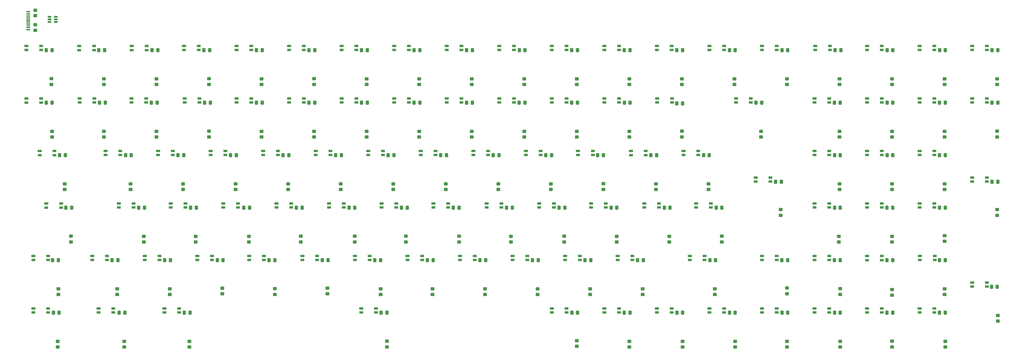
<source format=gbr>
%TF.GenerationSoftware,KiCad,Pcbnew,8.0.2*%
%TF.CreationDate,2025-01-30T16:21:06+01:00*%
%TF.ProjectId,zigzag,7a69677a-6167-42e6-9b69-6361645f7063,rev?*%
%TF.SameCoordinates,Original*%
%TF.FileFunction,Paste,Bot*%
%TF.FilePolarity,Positive*%
%FSLAX46Y46*%
G04 Gerber Fmt 4.6, Leading zero omitted, Abs format (unit mm)*
G04 Created by KiCad (PCBNEW 8.0.2) date 2025-01-30 16:21:06*
%MOMM*%
%LPD*%
G01*
G04 APERTURE LIST*
G04 Aperture macros list*
%AMRoundRect*
0 Rectangle with rounded corners*
0 $1 Rounding radius*
0 $2 $3 $4 $5 $6 $7 $8 $9 X,Y pos of 4 corners*
0 Add a 4 corners polygon primitive as box body*
4,1,4,$2,$3,$4,$5,$6,$7,$8,$9,$2,$3,0*
0 Add four circle primitives for the rounded corners*
1,1,$1+$1,$2,$3*
1,1,$1+$1,$4,$5*
1,1,$1+$1,$6,$7*
1,1,$1+$1,$8,$9*
0 Add four rect primitives between the rounded corners*
20,1,$1+$1,$2,$3,$4,$5,0*
20,1,$1+$1,$4,$5,$6,$7,0*
20,1,$1+$1,$6,$7,$8,$9,0*
20,1,$1+$1,$8,$9,$2,$3,0*%
G04 Aperture macros list end*
%ADD10R,1.450000X0.600000*%
%ADD11R,1.450000X0.300000*%
%ADD12RoundRect,0.250000X-0.450000X0.350000X-0.450000X-0.350000X0.450000X-0.350000X0.450000X0.350000X0*%
%ADD13RoundRect,0.150000X-0.512500X-0.150000X0.512500X-0.150000X0.512500X0.150000X-0.512500X0.150000X0*%
%ADD14RoundRect,0.250000X0.450000X-0.350000X0.450000X0.350000X-0.450000X0.350000X-0.450000X-0.350000X0*%
%ADD15RoundRect,0.250000X-0.337500X-0.475000X0.337500X-0.475000X0.337500X0.475000X-0.337500X0.475000X0*%
%ADD16RoundRect,0.250000X0.450000X-0.325000X0.450000X0.325000X-0.450000X0.325000X-0.450000X-0.325000X0*%
%ADD17R,1.450000X0.820000*%
%ADD18RoundRect,0.205000X0.520000X0.205000X-0.520000X0.205000X-0.520000X-0.205000X0.520000X-0.205000X0*%
G04 APERTURE END LIST*
D10*
%TO.C,J1*%
X64055000Y-41598000D03*
X64055000Y-40798000D03*
D11*
X64055000Y-39598000D03*
X64055000Y-38598000D03*
X64055000Y-38098000D03*
X64055000Y-37098000D03*
D10*
X64055000Y-35898000D03*
X64055000Y-35098000D03*
X64055000Y-35098000D03*
X64055000Y-35898000D03*
D11*
X64055000Y-36598000D03*
X64055000Y-37598000D03*
X64055000Y-39098000D03*
X64055000Y-40098000D03*
D10*
X64055000Y-40798000D03*
X64055000Y-41598000D03*
%TD*%
D12*
%TO.C,R2*%
X66614000Y-34564000D03*
X66614000Y-36564000D03*
%TD*%
D13*
%TO.C,U2*%
X71764500Y-38816000D03*
X71764500Y-37866000D03*
X71764500Y-36916000D03*
X74039500Y-36916000D03*
X74039500Y-37866000D03*
X74039500Y-38816000D03*
%TD*%
D14*
%TO.C,R1*%
X66614000Y-41872000D03*
X66614000Y-39872000D03*
%TD*%
D15*
%TO.C,C32*%
X132588000Y-125222000D03*
X134663000Y-125222000D03*
%TD*%
D16*
%TO.C,D70*%
X320040000Y-61486000D03*
X320040000Y-59436000D03*
%TD*%
D15*
%TO.C,C89*%
X327892500Y-68072000D03*
X329967500Y-68072000D03*
%TD*%
D17*
%TO.C,LED75*%
X335415000Y-49010000D03*
X335415000Y-47510000D03*
D18*
X330065000Y-47510000D03*
D17*
X330065000Y-49010000D03*
%TD*%
D15*
%TO.C,C109*%
X394440500Y-125222000D03*
X396515500Y-125222000D03*
%TD*%
D16*
%TO.C,D71*%
X310642000Y-99586000D03*
X310642000Y-97536000D03*
%TD*%
D17*
%TO.C,LED55*%
X249817000Y-87110000D03*
X249817000Y-85610000D03*
D18*
X244467000Y-85610000D03*
D17*
X244467000Y-87110000D03*
%TD*%
%TO.C,LED1*%
X68715000Y-48998000D03*
X68715000Y-47498000D03*
D18*
X63365000Y-47498000D03*
D17*
X63365000Y-48998000D03*
%TD*%
D16*
%TO.C,D15*%
X115316000Y-137686000D03*
X115316000Y-135636000D03*
%TD*%
%TO.C,D94*%
X396240000Y-99586000D03*
X396240000Y-97536000D03*
%TD*%
D17*
%TO.C,LED7*%
X87884000Y-49022000D03*
X87884000Y-47522000D03*
D18*
X82534000Y-47522000D03*
D17*
X82534000Y-49022000D03*
%TD*%
%TO.C,LED14*%
X102243000Y-106160000D03*
X102243000Y-104660000D03*
D18*
X96893000Y-104660000D03*
D17*
X96893000Y-106160000D03*
%TD*%
D16*
%TO.C,D47*%
X229616000Y-137686000D03*
X229616000Y-135636000D03*
%TD*%
D17*
%TO.C,LED15*%
X111641000Y-125210000D03*
X111641000Y-123710000D03*
D18*
X106291000Y-123710000D03*
D17*
X106291000Y-125210000D03*
%TD*%
D16*
%TO.C,D68*%
X296418000Y-118636000D03*
X296418000Y-116586000D03*
%TD*%
D17*
%TO.C,LED47*%
X225941000Y-125210000D03*
X225941000Y-123710000D03*
D18*
X220591000Y-123710000D03*
D17*
X220591000Y-125210000D03*
%TD*%
D16*
%TO.C,D62*%
X277368000Y-118636000D03*
X277368000Y-116586000D03*
%TD*%
D17*
%TO.C,LED50*%
X230767000Y-87110000D03*
X230767000Y-85610000D03*
D18*
X225417000Y-85610000D03*
D17*
X225417000Y-87110000D03*
%TD*%
%TO.C,LED70*%
X316365000Y-49010000D03*
X316365000Y-47510000D03*
D18*
X311015000Y-47510000D03*
D17*
X311015000Y-49010000D03*
%TD*%
D15*
%TO.C,C96*%
X356362000Y-106172000D03*
X358437000Y-106172000D03*
%TD*%
%TO.C,C42*%
X156421000Y-87122000D03*
X158496000Y-87122000D03*
%TD*%
D17*
%TO.C,LED42*%
X206891000Y-125210000D03*
X206891000Y-123710000D03*
D18*
X201541000Y-123710000D03*
D17*
X201541000Y-125210000D03*
%TD*%
D15*
%TO.C,C58*%
X213592500Y-87122000D03*
X215667500Y-87122000D03*
%TD*%
%TO.C,C25*%
X99314000Y-87122000D03*
X101389000Y-87122000D03*
%TD*%
D17*
%TO.C,LED69*%
X297315000Y-144260000D03*
X297315000Y-142760000D03*
D18*
X291965000Y-142760000D03*
D17*
X291965000Y-144260000D03*
%TD*%
%TO.C,LED44*%
X221115000Y-68060000D03*
X221115000Y-66560000D03*
D18*
X215765000Y-66560000D03*
D17*
X215765000Y-68060000D03*
%TD*%
D15*
%TO.C,C86*%
X311150000Y-125222000D03*
X313225000Y-125222000D03*
%TD*%
D17*
%TO.C,LED56*%
X254643000Y-106160000D03*
X254643000Y-104660000D03*
D18*
X249293000Y-104660000D03*
D17*
X249293000Y-106160000D03*
%TD*%
D15*
%TO.C,C52*%
X203940500Y-68072000D03*
X206015500Y-68072000D03*
%TD*%
%TO.C,C94*%
X356340500Y-68072000D03*
X358415500Y-68072000D03*
%TD*%
%TO.C,C29*%
X127994500Y-68072000D03*
X130069500Y-68072000D03*
%TD*%
D16*
%TO.C,D7*%
X91440000Y-61486000D03*
X91440000Y-59436000D03*
%TD*%
D15*
%TO.C,C48*%
X180340000Y-106172000D03*
X182415000Y-106172000D03*
%TD*%
D17*
%TO.C,LED87*%
X373515000Y-68060000D03*
X373515000Y-66560000D03*
D18*
X368165000Y-66560000D03*
D17*
X368165000Y-68060000D03*
%TD*%
D16*
%TO.C,D42*%
X210566000Y-137686000D03*
X210566000Y-135636000D03*
%TD*%
D15*
%TO.C,C98*%
X356362000Y-144272000D03*
X358437000Y-144272000D03*
%TD*%
%TO.C,C82*%
X299212000Y-144272000D03*
X301287000Y-144272000D03*
%TD*%
D17*
%TO.C,LED39*%
X202065000Y-68060000D03*
X202065000Y-66560000D03*
D18*
X196715000Y-66560000D03*
D17*
X196715000Y-68060000D03*
%TD*%
D16*
%TO.C,D80*%
X358140000Y-61486000D03*
X358140000Y-59436000D03*
%TD*%
D15*
%TO.C,C13*%
X70569000Y-49022000D03*
X72644000Y-49022000D03*
%TD*%
D17*
%TO.C,LED29*%
X154567000Y-87110000D03*
X154567000Y-85610000D03*
D18*
X149217000Y-85610000D03*
D17*
X149217000Y-87110000D03*
%TD*%
D16*
%TO.C,D10*%
X98806000Y-156736000D03*
X98806000Y-154686000D03*
%TD*%
D17*
%TO.C,LED72*%
X311539000Y-106160000D03*
X311539000Y-104660000D03*
D18*
X306189000Y-104660000D03*
D17*
X306189000Y-106160000D03*
%TD*%
D16*
%TO.C,D60*%
X281940000Y-80536000D03*
X281940000Y-78486000D03*
%TD*%
D17*
%TO.C,LED21*%
X118753000Y-144260000D03*
X118753000Y-142760000D03*
D18*
X113403000Y-142760000D03*
D17*
X113403000Y-144260000D03*
%TD*%
D15*
%TO.C,C39*%
X151362500Y-125222000D03*
X153437500Y-125222000D03*
%TD*%
%TO.C,C14*%
X70569000Y-68072000D03*
X72644000Y-68072000D03*
%TD*%
D16*
%TO.C,D43*%
X224790000Y-61486000D03*
X224790000Y-59436000D03*
%TD*%
D17*
%TO.C,LED85*%
X354465000Y-144260000D03*
X354465000Y-142760000D03*
D18*
X349115000Y-142760000D03*
D17*
X349115000Y-144260000D03*
%TD*%
D16*
%TO.C,D63*%
X286766000Y-137686000D03*
X286766000Y-135636000D03*
%TD*%
D15*
%TO.C,C79*%
X299190500Y-68326000D03*
X301265500Y-68326000D03*
%TD*%
D17*
%TO.C,LED16*%
X125865000Y-49010000D03*
X125865000Y-47510000D03*
D18*
X120515000Y-47510000D03*
D17*
X120515000Y-49010000D03*
%TD*%
D15*
%TO.C,C28*%
X127740500Y-49022000D03*
X129815500Y-49022000D03*
%TD*%
D16*
%TO.C,D65*%
X300990000Y-61486000D03*
X300990000Y-59436000D03*
%TD*%
D15*
%TO.C,C108*%
X394440500Y-106172000D03*
X396515500Y-106172000D03*
%TD*%
D16*
%TO.C,D101*%
X415544000Y-147338000D03*
X415544000Y-145288000D03*
%TD*%
D17*
%TO.C,LED30*%
X159393000Y-106160000D03*
X159393000Y-104660000D03*
D18*
X154043000Y-104660000D03*
D17*
X154043000Y-106160000D03*
%TD*%
D15*
%TO.C,C90*%
X334983000Y-96774000D03*
X337058000Y-96774000D03*
%TD*%
D16*
%TO.C,D78*%
X339090000Y-137423000D03*
X339090000Y-135373000D03*
%TD*%
D15*
%TO.C,C78*%
X299169000Y-49022000D03*
X301244000Y-49022000D03*
%TD*%
D17*
%TO.C,LED74*%
X316365000Y-144260000D03*
X316365000Y-142760000D03*
D18*
X311015000Y-142760000D03*
D17*
X311015000Y-144260000D03*
%TD*%
D16*
%TO.C,D88*%
X377190000Y-99586000D03*
X377190000Y-97536000D03*
%TD*%
D15*
%TO.C,C101*%
X375412000Y-87122000D03*
X377487000Y-87122000D03*
%TD*%
D16*
%TO.C,D20*%
X134366000Y-137432000D03*
X134366000Y-135382000D03*
%TD*%
D15*
%TO.C,C107*%
X394440500Y-87122000D03*
X396515500Y-87122000D03*
%TD*%
%TO.C,C85*%
X313436000Y-106172000D03*
X315511000Y-106172000D03*
%TD*%
D16*
%TO.C,D39*%
X205740000Y-80536000D03*
X205740000Y-78486000D03*
%TD*%
D15*
%TO.C,C17*%
X72876500Y-125222000D03*
X74951500Y-125222000D03*
%TD*%
D16*
%TO.C,D89*%
X377190000Y-118636000D03*
X377190000Y-116586000D03*
%TD*%
D17*
%TO.C,LED24*%
X135517000Y-87110000D03*
X135517000Y-85610000D03*
D18*
X130167000Y-85610000D03*
D17*
X130167000Y-87110000D03*
%TD*%
D15*
%TO.C,C37*%
X137392500Y-87122000D03*
X139467500Y-87122000D03*
%TD*%
D17*
%TO.C,LED80*%
X354719000Y-49010000D03*
X354719000Y-47510000D03*
D18*
X349369000Y-47510000D03*
D17*
X349369000Y-49010000D03*
%TD*%
D15*
%TO.C,C77*%
X280119000Y-144272000D03*
X282194000Y-144272000D03*
%TD*%
D16*
%TO.C,D96*%
X396240000Y-137686000D03*
X396240000Y-135636000D03*
%TD*%
%TO.C,D69*%
X301244000Y-156736000D03*
X301244000Y-154686000D03*
%TD*%
%TO.C,D66*%
X300990000Y-80527000D03*
X300990000Y-78477000D03*
%TD*%
D17*
%TO.C,LED3*%
X73541000Y-87122000D03*
X73541000Y-85622000D03*
D18*
X68191000Y-85622000D03*
D17*
X68191000Y-87122000D03*
%TD*%
%TO.C,LED19*%
X121039000Y-106160000D03*
X121039000Y-104660000D03*
D18*
X115689000Y-104660000D03*
D17*
X115689000Y-106160000D03*
%TD*%
D16*
%TO.C,D27*%
X167640000Y-61477000D03*
X167640000Y-59427000D03*
%TD*%
D15*
%TO.C,C67*%
X261069000Y-68072000D03*
X263144000Y-68072000D03*
%TD*%
D17*
%TO.C,LED84*%
X354465000Y-125210000D03*
X354465000Y-123710000D03*
D18*
X349115000Y-123710000D03*
D17*
X349115000Y-125210000D03*
%TD*%
D16*
%TO.C,D16*%
X129540000Y-61468000D03*
X129540000Y-59418000D03*
%TD*%
%TO.C,D85*%
X358394000Y-156736000D03*
X358394000Y-154686000D03*
%TD*%
D17*
%TO.C,LED53*%
X259215000Y-49010000D03*
X259215000Y-47510000D03*
D18*
X253865000Y-47510000D03*
D17*
X253865000Y-49010000D03*
%TD*%
D15*
%TO.C,C91*%
X337269000Y-125222000D03*
X339344000Y-125222000D03*
%TD*%
D16*
%TO.C,D40*%
X196342000Y-99586000D03*
X196342000Y-97536000D03*
%TD*%
D15*
%TO.C,C68*%
X251671000Y-87122000D03*
X253746000Y-87122000D03*
%TD*%
D16*
%TO.C,D30*%
X162814000Y-118627000D03*
X162814000Y-116577000D03*
%TD*%
D15*
%TO.C,C21*%
X94466500Y-125222000D03*
X96541500Y-125222000D03*
%TD*%
%TO.C,C20*%
X89894500Y-68072000D03*
X91969500Y-68072000D03*
%TD*%
D16*
%TO.C,D26*%
X153416000Y-137677000D03*
X153416000Y-135627000D03*
%TD*%
D15*
%TO.C,C35*%
X146769000Y-49022000D03*
X148844000Y-49022000D03*
%TD*%
D17*
%TO.C,LED23*%
X144915000Y-68060000D03*
X144915000Y-66560000D03*
D18*
X139565000Y-66560000D03*
D17*
X139565000Y-68060000D03*
%TD*%
%TO.C,LED73*%
X309253000Y-125210000D03*
X309253000Y-123710000D03*
D18*
X303903000Y-123710000D03*
D17*
X303903000Y-125210000D03*
%TD*%
D15*
%TO.C,C61*%
X242062000Y-49022000D03*
X244137000Y-49022000D03*
%TD*%
D17*
%TO.C,LED51*%
X235593000Y-106160000D03*
X235593000Y-104660000D03*
D18*
X230243000Y-104660000D03*
D17*
X230243000Y-106160000D03*
%TD*%
%TO.C,LED34*%
X173617000Y-87110000D03*
X173617000Y-85610000D03*
D18*
X168267000Y-85610000D03*
D17*
X168267000Y-87110000D03*
%TD*%
D16*
%TO.C,D59*%
X281940000Y-61486000D03*
X281940000Y-59436000D03*
%TD*%
D15*
%TO.C,C100*%
X375412000Y-68072000D03*
X377487000Y-68072000D03*
%TD*%
%TO.C,C97*%
X356319000Y-125222000D03*
X358394000Y-125222000D03*
%TD*%
D17*
%TO.C,LED95*%
X392565000Y-106160000D03*
X392565000Y-104660000D03*
D18*
X387215000Y-104660000D03*
D17*
X387215000Y-106160000D03*
%TD*%
%TO.C,LED37*%
X190127000Y-144260000D03*
X190127000Y-142760000D03*
D18*
X184777000Y-142760000D03*
D17*
X184777000Y-144260000D03*
%TD*%
%TO.C,LED57*%
X264041000Y-125210000D03*
X264041000Y-123710000D03*
D18*
X258691000Y-123710000D03*
D17*
X258691000Y-125210000D03*
%TD*%
D16*
%TO.C,D6*%
X74676000Y-156736000D03*
X74676000Y-154686000D03*
%TD*%
%TO.C,D91*%
X377190000Y-156727000D03*
X377190000Y-154677000D03*
%TD*%
%TO.C,D12*%
X110490000Y-80536000D03*
X110490000Y-78486000D03*
%TD*%
D17*
%TO.C,LED78*%
X335415000Y-125210000D03*
X335415000Y-123710000D03*
D18*
X330065000Y-123710000D03*
D17*
X330065000Y-125210000D03*
%TD*%
%TO.C,LED4*%
X75946000Y-106172000D03*
X75946000Y-104672000D03*
D18*
X70596000Y-104672000D03*
D17*
X70596000Y-106172000D03*
%TD*%
D16*
%TO.C,D41*%
X200914000Y-118627000D03*
X200914000Y-116577000D03*
%TD*%
D17*
%TO.C,LED97*%
X392565000Y-144260000D03*
X392565000Y-142760000D03*
D18*
X387215000Y-142760000D03*
D17*
X387215000Y-144260000D03*
%TD*%
%TO.C,LED41*%
X197493000Y-106160000D03*
X197493000Y-104660000D03*
D18*
X192143000Y-104660000D03*
D17*
X192143000Y-106160000D03*
%TD*%
D15*
%TO.C,C110*%
X394440500Y-144272000D03*
X396515500Y-144272000D03*
%TD*%
D17*
%TO.C,LED31*%
X168791000Y-125210000D03*
X168791000Y-123710000D03*
D18*
X163441000Y-123710000D03*
D17*
X163441000Y-125210000D03*
%TD*%
D16*
%TO.C,D73*%
X312928000Y-137686000D03*
X312928000Y-135636000D03*
%TD*%
D17*
%TO.C,LED11*%
X106934000Y-49022000D03*
X106934000Y-47522000D03*
D18*
X101584000Y-47522000D03*
D17*
X101584000Y-49022000D03*
%TD*%
D16*
%TO.C,D4*%
X79502000Y-118627000D03*
X79502000Y-116577000D03*
%TD*%
%TO.C,D64*%
X281940000Y-156736000D03*
X281940000Y-154686000D03*
%TD*%
D17*
%TO.C,LED82*%
X354465000Y-87110000D03*
X354465000Y-85610000D03*
D18*
X349115000Y-85610000D03*
D17*
X349115000Y-87110000D03*
%TD*%
%TO.C,LED100*%
X411615000Y-96762000D03*
X411615000Y-95262000D03*
D18*
X406265000Y-95262000D03*
D17*
X406265000Y-96762000D03*
%TD*%
%TO.C,LED71*%
X306967000Y-87110000D03*
X306967000Y-85610000D03*
D18*
X301617000Y-85610000D03*
D17*
X301617000Y-87110000D03*
%TD*%
%TO.C,LED86*%
X373515000Y-49010000D03*
X373515000Y-47510000D03*
D18*
X368165000Y-47510000D03*
D17*
X368165000Y-49010000D03*
%TD*%
%TO.C,LED54*%
X259215000Y-68060000D03*
X259215000Y-66560000D03*
D18*
X253865000Y-66560000D03*
D17*
X253865000Y-68060000D03*
%TD*%
D15*
%TO.C,C75*%
X275336000Y-106172000D03*
X277411000Y-106172000D03*
%TD*%
%TO.C,C53*%
X194542500Y-87122000D03*
X196617500Y-87122000D03*
%TD*%
D16*
%TO.C,D84*%
X358394000Y-137677000D03*
X358394000Y-135627000D03*
%TD*%
D17*
%TO.C,LED99*%
X411615000Y-68060000D03*
X411615000Y-66560000D03*
D18*
X406265000Y-66560000D03*
D17*
X406265000Y-68060000D03*
%TD*%
D16*
%TO.C,D32*%
X186690000Y-61486000D03*
X186690000Y-59436000D03*
%TD*%
%TO.C,D61*%
X272542000Y-99577000D03*
X272542000Y-97527000D03*
%TD*%
%TO.C,D90*%
X377190000Y-137940000D03*
X377190000Y-135890000D03*
%TD*%
D17*
%TO.C,LED17*%
X126119000Y-68060000D03*
X126119000Y-66560000D03*
D18*
X120769000Y-66560000D03*
D17*
X120769000Y-68060000D03*
%TD*%
D16*
%TO.C,D13*%
X101092000Y-99586000D03*
X101092000Y-97536000D03*
%TD*%
%TO.C,D3*%
X77216000Y-99586000D03*
X77216000Y-97536000D03*
%TD*%
D17*
%TO.C,LED18*%
X116467000Y-87110000D03*
X116467000Y-85610000D03*
D18*
X111117000Y-85610000D03*
D17*
X111117000Y-87110000D03*
%TD*%
D16*
%TO.C,D58*%
X262890000Y-156482000D03*
X262890000Y-154432000D03*
%TD*%
D15*
%TO.C,C99*%
X375412000Y-49022000D03*
X377487000Y-49022000D03*
%TD*%
%TO.C,C31*%
X122893000Y-106172000D03*
X124968000Y-106172000D03*
%TD*%
D16*
%TO.C,D55*%
X253492000Y-99586000D03*
X253492000Y-97536000D03*
%TD*%
%TO.C,D54*%
X262890000Y-80536000D03*
X262890000Y-78486000D03*
%TD*%
D17*
%TO.C,LED92*%
X392565000Y-49010000D03*
X392565000Y-47510000D03*
D18*
X387215000Y-47510000D03*
D17*
X387215000Y-49010000D03*
%TD*%
D15*
%TO.C,C71*%
X261112000Y-144272000D03*
X263187000Y-144272000D03*
%TD*%
%TO.C,C114*%
X413490500Y-96774000D03*
X415565500Y-96774000D03*
%TD*%
D16*
%TO.C,D51*%
X239014000Y-118636000D03*
X239014000Y-116586000D03*
%TD*%
D17*
%TO.C,LED49*%
X240165000Y-68060000D03*
X240165000Y-66560000D03*
D18*
X234815000Y-66560000D03*
D17*
X234815000Y-68060000D03*
%TD*%
D15*
%TO.C,C74*%
X270467000Y-87122000D03*
X272542000Y-87122000D03*
%TD*%
D16*
%TO.C,D57*%
X267716000Y-137686000D03*
X267716000Y-135636000D03*
%TD*%
D15*
%TO.C,C111*%
X413490500Y-49022000D03*
X415565500Y-49022000D03*
%TD*%
D16*
%TO.C,D25*%
X144018000Y-118636000D03*
X144018000Y-116586000D03*
%TD*%
%TO.C,D56*%
X258318000Y-118627000D03*
X258318000Y-116577000D03*
%TD*%
%TO.C,D35*%
X182372000Y-118627000D03*
X182372000Y-116577000D03*
%TD*%
D17*
%TO.C,LED91*%
X373515000Y-144260000D03*
X373515000Y-142760000D03*
D18*
X368165000Y-142760000D03*
D17*
X368165000Y-144260000D03*
%TD*%
D15*
%TO.C,C44*%
X170666500Y-125222000D03*
X172741500Y-125222000D03*
%TD*%
%TO.C,C47*%
X175471000Y-87122000D03*
X177546000Y-87122000D03*
%TD*%
D16*
%TO.C,D79*%
X339090000Y-156736000D03*
X339090000Y-154686000D03*
%TD*%
D15*
%TO.C,C92*%
X337312000Y-144272000D03*
X339387000Y-144272000D03*
%TD*%
D17*
%TO.C,LED25*%
X140089000Y-106160000D03*
X140089000Y-104660000D03*
D18*
X134739000Y-104660000D03*
D17*
X134739000Y-106160000D03*
%TD*%
D16*
%TO.C,D93*%
X396240000Y-80536000D03*
X396240000Y-78486000D03*
%TD*%
D17*
%TO.C,LED88*%
X373515000Y-87110000D03*
X373515000Y-85610000D03*
D18*
X368165000Y-85610000D03*
D17*
X368165000Y-87110000D03*
%TD*%
D15*
%TO.C,C76*%
X284945000Y-125222000D03*
X287020000Y-125222000D03*
%TD*%
D16*
%TO.C,D2*%
X72644000Y-80536000D03*
X72644000Y-78486000D03*
%TD*%
%TO.C,D76*%
X329692000Y-80536000D03*
X329692000Y-78486000D03*
%TD*%
D17*
%TO.C,LED60*%
X278265000Y-68060000D03*
X278265000Y-66560000D03*
D18*
X272915000Y-66560000D03*
D17*
X272915000Y-68060000D03*
%TD*%
D15*
%TO.C,C51*%
X203940500Y-49022000D03*
X206015500Y-49022000D03*
%TD*%
D16*
%TO.C,D29*%
X158242000Y-99586000D03*
X158242000Y-97536000D03*
%TD*%
D15*
%TO.C,C18*%
X73152000Y-144272000D03*
X75227000Y-144272000D03*
%TD*%
%TO.C,C81*%
X294640000Y-106172000D03*
X296715000Y-106172000D03*
%TD*%
%TO.C,C73*%
X280162000Y-68072000D03*
X282237000Y-68072000D03*
%TD*%
D17*
%TO.C,LED40*%
X192667000Y-87110000D03*
X192667000Y-85610000D03*
D18*
X187317000Y-85610000D03*
D17*
X187317000Y-87110000D03*
%TD*%
%TO.C,LED27*%
X163965000Y-49010000D03*
X163965000Y-47510000D03*
D18*
X158615000Y-47510000D03*
D17*
X158615000Y-49010000D03*
%TD*%
D15*
%TO.C,C60*%
X227795000Y-125222000D03*
X229870000Y-125222000D03*
%TD*%
D16*
%TO.C,D9*%
X96266000Y-137686000D03*
X96266000Y-135636000D03*
%TD*%
%TO.C,D45*%
X215392000Y-99586000D03*
X215392000Y-97536000D03*
%TD*%
D17*
%TO.C,LED2*%
X68715000Y-68072000D03*
X68715000Y-66572000D03*
D18*
X63365000Y-66572000D03*
D17*
X63365000Y-68072000D03*
%TD*%
D15*
%TO.C,C45*%
X184890500Y-49022000D03*
X186965500Y-49022000D03*
%TD*%
D17*
%TO.C,LED81*%
X354465000Y-68060000D03*
X354465000Y-66560000D03*
D18*
X349115000Y-66560000D03*
D17*
X349115000Y-68060000D03*
%TD*%
%TO.C,LED59*%
X278265000Y-49010000D03*
X278265000Y-47510000D03*
D18*
X272915000Y-47510000D03*
D17*
X272915000Y-49010000D03*
%TD*%
D16*
%TO.C,D24*%
X139192000Y-99586000D03*
X139192000Y-97536000D03*
%TD*%
D15*
%TO.C,C30*%
X118342500Y-87122000D03*
X120417500Y-87122000D03*
%TD*%
%TO.C,C41*%
X165840500Y-68072000D03*
X167915500Y-68072000D03*
%TD*%
D16*
%TO.C,D74*%
X320294000Y-156736000D03*
X320294000Y-154686000D03*
%TD*%
D17*
%TO.C,LED43*%
X221115000Y-49010000D03*
X221115000Y-47510000D03*
D18*
X215765000Y-47510000D03*
D17*
X215765000Y-49010000D03*
%TD*%
D15*
%TO.C,C38*%
X142218500Y-106172000D03*
X144293500Y-106172000D03*
%TD*%
%TO.C,C95*%
X356362000Y-87122000D03*
X358437000Y-87122000D03*
%TD*%
D16*
%TO.C,D75*%
X339090000Y-61486000D03*
X339090000Y-59436000D03*
%TD*%
D15*
%TO.C,C66*%
X261069000Y-49022000D03*
X263144000Y-49022000D03*
%TD*%
D17*
%TO.C,LED28*%
X163965000Y-68060000D03*
X163965000Y-66560000D03*
D18*
X158615000Y-66560000D03*
D17*
X158615000Y-68060000D03*
%TD*%
D15*
%TO.C,C70*%
X265895000Y-125222000D03*
X267970000Y-125222000D03*
%TD*%
D16*
%TO.C,D82*%
X358140000Y-99586000D03*
X358140000Y-97536000D03*
%TD*%
D15*
%TO.C,C22*%
X96985000Y-144272000D03*
X99060000Y-144272000D03*
%TD*%
%TO.C,C50*%
X192002500Y-144272000D03*
X194077500Y-144272000D03*
%TD*%
%TO.C,C87*%
X318262000Y-144272000D03*
X320337000Y-144272000D03*
%TD*%
D16*
%TO.C,D44*%
X224790000Y-80536000D03*
X224790000Y-78486000D03*
%TD*%
D15*
%TO.C,C26*%
X104118500Y-106172000D03*
X106193500Y-106172000D03*
%TD*%
D16*
%TO.C,D23*%
X148590000Y-80536000D03*
X148590000Y-78486000D03*
%TD*%
D15*
%TO.C,C36*%
X146790500Y-68072000D03*
X148865500Y-68072000D03*
%TD*%
%TO.C,C102*%
X375390500Y-106172000D03*
X377465500Y-106172000D03*
%TD*%
D16*
%TO.C,D19*%
X124714000Y-118636000D03*
X124714000Y-116586000D03*
%TD*%
D15*
%TO.C,C80*%
X289771000Y-87122000D03*
X291846000Y-87122000D03*
%TD*%
D16*
%TO.C,D36*%
X191770000Y-137686000D03*
X191770000Y-135636000D03*
%TD*%
D17*
%TO.C,LED32*%
X183015000Y-49010000D03*
X183015000Y-47510000D03*
D18*
X177665000Y-47510000D03*
D17*
X177665000Y-49010000D03*
%TD*%
D16*
%TO.C,D33*%
X186690000Y-80536000D03*
X186690000Y-78486000D03*
%TD*%
D15*
%TO.C,C112*%
X413490500Y-68072000D03*
X415565500Y-68072000D03*
%TD*%
D17*
%TO.C,LED38*%
X202065000Y-49010000D03*
X202065000Y-47510000D03*
D18*
X196715000Y-47510000D03*
D17*
X196715000Y-49010000D03*
%TD*%
D15*
%TO.C,C106*%
X394419000Y-68072000D03*
X396494000Y-68072000D03*
%TD*%
D16*
%TO.C,D50*%
X234442000Y-99586000D03*
X234442000Y-97536000D03*
%TD*%
%TO.C,D18*%
X120142000Y-99586000D03*
X120142000Y-97536000D03*
%TD*%
D15*
%TO.C,C49*%
X189695000Y-125222000D03*
X191770000Y-125222000D03*
%TD*%
%TO.C,C93*%
X356594500Y-49022000D03*
X358669500Y-49022000D03*
%TD*%
D16*
%TO.C,D87*%
X377190000Y-80536000D03*
X377190000Y-78486000D03*
%TD*%
%TO.C,D21*%
X122428000Y-156736000D03*
X122428000Y-154686000D03*
%TD*%
D15*
%TO.C,C59*%
X218143000Y-106172000D03*
X220218000Y-106172000D03*
%TD*%
D16*
%TO.C,D11*%
X110490000Y-61486000D03*
X110490000Y-59436000D03*
%TD*%
D15*
%TO.C,C33*%
X120607000Y-144272000D03*
X122682000Y-144272000D03*
%TD*%
D16*
%TO.C,D98*%
X415290000Y-61486000D03*
X415290000Y-59436000D03*
%TD*%
D17*
%TO.C,LED64*%
X278265000Y-144260000D03*
X278265000Y-142760000D03*
D18*
X272915000Y-142760000D03*
D17*
X272915000Y-144260000D03*
%TD*%
%TO.C,LED62*%
X273439000Y-106160000D03*
X273439000Y-104660000D03*
D18*
X268089000Y-104660000D03*
D17*
X268089000Y-106160000D03*
%TD*%
%TO.C,LED8*%
X88019000Y-68060000D03*
X88019000Y-66560000D03*
D18*
X82669000Y-66560000D03*
D17*
X82669000Y-68060000D03*
%TD*%
D16*
%TO.C,D49*%
X243840000Y-80536000D03*
X243840000Y-78486000D03*
%TD*%
D15*
%TO.C,C27*%
X113516500Y-125222000D03*
X115591500Y-125222000D03*
%TD*%
D16*
%TO.C,D34*%
X177292000Y-99586000D03*
X177292000Y-97536000D03*
%TD*%
D17*
%TO.C,LED89*%
X373515000Y-106160000D03*
X373515000Y-104660000D03*
D18*
X368165000Y-104660000D03*
D17*
X368165000Y-106160000D03*
%TD*%
%TO.C,LED12*%
X106815000Y-68060000D03*
X106815000Y-66560000D03*
D18*
X101465000Y-66560000D03*
D17*
X101465000Y-68060000D03*
%TD*%
%TO.C,LED98*%
X411615000Y-49010000D03*
X411615000Y-47510000D03*
D18*
X406265000Y-47510000D03*
D17*
X406265000Y-49010000D03*
%TD*%
%TO.C,LED5*%
X71255000Y-125210000D03*
X71255000Y-123710000D03*
D18*
X65905000Y-123710000D03*
D17*
X65905000Y-125210000D03*
%TD*%
D15*
%TO.C,C83*%
X318262000Y-49022000D03*
X320337000Y-49022000D03*
%TD*%
D17*
%TO.C,LED93*%
X392565000Y-68060000D03*
X392565000Y-66560000D03*
D18*
X387215000Y-66560000D03*
D17*
X387215000Y-68060000D03*
%TD*%
%TO.C,LED65*%
X297315000Y-49010000D03*
X297315000Y-47510000D03*
D18*
X291965000Y-47510000D03*
D17*
X291965000Y-49010000D03*
%TD*%
D16*
%TO.C,D83*%
X357886000Y-118636000D03*
X357886000Y-116586000D03*
%TD*%
D17*
%TO.C,LED90*%
X373515000Y-125222000D03*
X373515000Y-123722000D03*
D18*
X368165000Y-123722000D03*
D17*
X368165000Y-125222000D03*
%TD*%
D15*
%TO.C,C16*%
X77702500Y-106172000D03*
X79777500Y-106172000D03*
%TD*%
D17*
%TO.C,LED48*%
X240165000Y-49010000D03*
X240165000Y-47510000D03*
D18*
X234815000Y-47510000D03*
D17*
X234815000Y-49010000D03*
%TD*%
%TO.C,LED36*%
X187841000Y-125210000D03*
X187841000Y-123710000D03*
D18*
X182491000Y-123710000D03*
D17*
X182491000Y-125210000D03*
%TD*%
D15*
%TO.C,C72*%
X280140500Y-49022000D03*
X282215500Y-49022000D03*
%TD*%
%TO.C,C65*%
X246866500Y-125222000D03*
X248941500Y-125222000D03*
%TD*%
D16*
%TO.C,D67*%
X291592000Y-99586000D03*
X291592000Y-97536000D03*
%TD*%
%TO.C,D99*%
X415290000Y-80527000D03*
X415290000Y-78477000D03*
%TD*%
%TO.C,D100*%
X415290000Y-108975000D03*
X415290000Y-106925000D03*
%TD*%
D17*
%TO.C,LED33*%
X183015000Y-68060000D03*
X183015000Y-66560000D03*
D18*
X177665000Y-66560000D03*
D17*
X177665000Y-68060000D03*
%TD*%
D16*
%TO.C,D31*%
X172466000Y-137432000D03*
X172466000Y-135382000D03*
%TD*%
%TO.C,D28*%
X167640000Y-80536000D03*
X167640000Y-78486000D03*
%TD*%
%TO.C,D97*%
X396494000Y-156736000D03*
X396494000Y-154686000D03*
%TD*%
D15*
%TO.C,C105*%
X394462000Y-49022000D03*
X396537000Y-49022000D03*
%TD*%
%TO.C,C23*%
X108944500Y-49022000D03*
X111019500Y-49022000D03*
%TD*%
%TO.C,C104*%
X375390500Y-144272000D03*
X377465500Y-144272000D03*
%TD*%
%TO.C,C69*%
X256497000Y-106172000D03*
X258572000Y-106172000D03*
%TD*%
D17*
%TO.C,LED66*%
X297434000Y-68060000D03*
X297434000Y-66560000D03*
D18*
X292084000Y-66560000D03*
D17*
X292084000Y-68060000D03*
%TD*%
%TO.C,LED94*%
X392565000Y-87110000D03*
X392565000Y-85610000D03*
D18*
X387215000Y-85610000D03*
D17*
X387215000Y-87110000D03*
%TD*%
D15*
%TO.C,C88*%
X337312000Y-49022000D03*
X339387000Y-49022000D03*
%TD*%
D17*
%TO.C,LED83*%
X354465000Y-106160000D03*
X354465000Y-104660000D03*
D18*
X349115000Y-104660000D03*
D17*
X349115000Y-106160000D03*
%TD*%
%TO.C,LED67*%
X287917000Y-87122000D03*
X287917000Y-85622000D03*
D18*
X282567000Y-85622000D03*
D17*
X282567000Y-87122000D03*
%TD*%
D15*
%TO.C,C46*%
X184890500Y-68072000D03*
X186965500Y-68072000D03*
%TD*%
D17*
%TO.C,LED63*%
X283091000Y-125210000D03*
X283091000Y-123710000D03*
D18*
X277741000Y-123710000D03*
D17*
X277741000Y-125210000D03*
%TD*%
%TO.C,LED52*%
X244991000Y-125210000D03*
X244991000Y-123710000D03*
D18*
X239641000Y-123710000D03*
D17*
X239641000Y-125210000D03*
%TD*%
%TO.C,LED68*%
X292743000Y-106160000D03*
X292743000Y-104660000D03*
D18*
X287393000Y-104660000D03*
D17*
X287393000Y-106160000D03*
%TD*%
%TO.C,LED22*%
X144915000Y-49010000D03*
X144915000Y-47510000D03*
D18*
X139565000Y-47510000D03*
D17*
X139565000Y-49010000D03*
%TD*%
%TO.C,LED79*%
X335415000Y-144260000D03*
X335415000Y-142760000D03*
D18*
X330065000Y-142760000D03*
D17*
X330065000Y-144260000D03*
%TD*%
D16*
%TO.C,D48*%
X243840000Y-61486000D03*
X243840000Y-59436000D03*
%TD*%
D15*
%TO.C,C57*%
X222969000Y-68072000D03*
X225044000Y-68072000D03*
%TD*%
D16*
%TO.C,D86*%
X377190000Y-61486000D03*
X377190000Y-59436000D03*
%TD*%
D17*
%TO.C,LED45*%
X211717000Y-87110000D03*
X211717000Y-85610000D03*
D18*
X206367000Y-85610000D03*
D17*
X206367000Y-87110000D03*
%TD*%
D16*
%TO.C,D38*%
X205740000Y-61486000D03*
X205740000Y-59436000D03*
%TD*%
D17*
%TO.C,LED58*%
X259215000Y-144260000D03*
X259215000Y-142760000D03*
D18*
X253865000Y-142760000D03*
D17*
X253865000Y-144260000D03*
%TD*%
D16*
%TO.C,D81*%
X358140000Y-80536000D03*
X358140000Y-78486000D03*
%TD*%
D17*
%TO.C,LED20*%
X130691000Y-125210000D03*
X130691000Y-123710000D03*
D18*
X125341000Y-123710000D03*
D17*
X125341000Y-125210000D03*
%TD*%
%TO.C,LED10*%
X94877000Y-144260000D03*
X94877000Y-142760000D03*
D18*
X89527000Y-142760000D03*
D17*
X89527000Y-144260000D03*
%TD*%
D16*
%TO.C,D17*%
X129540000Y-80518000D03*
X129540000Y-78468000D03*
%TD*%
%TO.C,D14*%
X105918000Y-118636000D03*
X105918000Y-116586000D03*
%TD*%
%TO.C,D5*%
X74930000Y-137686000D03*
X74930000Y-135636000D03*
%TD*%
%TO.C,D22*%
X148590000Y-61486000D03*
X148590000Y-59436000D03*
%TD*%
D15*
%TO.C,C62*%
X242019000Y-68072000D03*
X244094000Y-68072000D03*
%TD*%
%TO.C,C54*%
X199368500Y-106172000D03*
X201443500Y-106172000D03*
%TD*%
%TO.C,C55*%
X208745000Y-125222000D03*
X210820000Y-125222000D03*
%TD*%
D16*
%TO.C,D1*%
X72390000Y-61468000D03*
X72390000Y-59418000D03*
%TD*%
%TO.C,D8*%
X91440000Y-80536000D03*
X91440000Y-78486000D03*
%TD*%
D17*
%TO.C,LED101*%
X411615000Y-134862000D03*
X411615000Y-133362000D03*
D18*
X406265000Y-133362000D03*
D17*
X406265000Y-134862000D03*
%TD*%
%TO.C,LED35*%
X178443000Y-106160000D03*
X178443000Y-104660000D03*
D18*
X173093000Y-104660000D03*
D17*
X173093000Y-106160000D03*
%TD*%
D15*
%TO.C,C19*%
X89619000Y-49022000D03*
X91694000Y-49022000D03*
%TD*%
%TO.C,C63*%
X232642500Y-87122000D03*
X234717500Y-87122000D03*
%TD*%
%TO.C,C64*%
X237468500Y-106172000D03*
X239543500Y-106172000D03*
%TD*%
D16*
%TO.C,D37*%
X194056000Y-156727000D03*
X194056000Y-154677000D03*
%TD*%
D15*
%TO.C,C43*%
X161247000Y-106172000D03*
X163322000Y-106172000D03*
%TD*%
D17*
%TO.C,LED9*%
X92591000Y-125210000D03*
X92591000Y-123710000D03*
D18*
X87241000Y-123710000D03*
D17*
X87241000Y-125210000D03*
%TD*%
%TO.C,LED26*%
X149487000Y-125210000D03*
X149487000Y-123710000D03*
D18*
X144137000Y-123710000D03*
D17*
X144137000Y-125210000D03*
%TD*%
D16*
%TO.C,D52*%
X248666000Y-137686000D03*
X248666000Y-135636000D03*
%TD*%
D17*
%TO.C,LED46*%
X216289000Y-106160000D03*
X216289000Y-104660000D03*
D18*
X210939000Y-104660000D03*
D17*
X210939000Y-106160000D03*
%TD*%
D15*
%TO.C,C103*%
X375390500Y-125222000D03*
X377465500Y-125222000D03*
%TD*%
D16*
%TO.C,D95*%
X396240000Y-118382000D03*
X396240000Y-116332000D03*
%TD*%
D17*
%TO.C,LED61*%
X268732000Y-87110000D03*
X268732000Y-85610000D03*
D18*
X263382000Y-85610000D03*
D17*
X263382000Y-87110000D03*
%TD*%
D16*
%TO.C,D72*%
X315468000Y-118627000D03*
X315468000Y-116577000D03*
%TD*%
D15*
%TO.C,C15*%
X75395000Y-87122000D03*
X77470000Y-87122000D03*
%TD*%
D17*
%TO.C,LED77*%
X333129000Y-96762000D03*
X333129000Y-95262000D03*
D18*
X327779000Y-95262000D03*
D17*
X327779000Y-96762000D03*
%TD*%
D16*
%TO.C,D53*%
X262890000Y-61486000D03*
X262890000Y-59436000D03*
%TD*%
D17*
%TO.C,LED96*%
X392684000Y-125198000D03*
X392684000Y-123698000D03*
D18*
X387334000Y-123698000D03*
D17*
X387334000Y-125198000D03*
%TD*%
D15*
%TO.C,C84*%
X308864000Y-87122000D03*
X310939000Y-87122000D03*
%TD*%
D17*
%TO.C,LED6*%
X71255000Y-144260000D03*
X71255000Y-142760000D03*
D18*
X65905000Y-142760000D03*
D17*
X65905000Y-144260000D03*
%TD*%
D15*
%TO.C,C24*%
X108690500Y-68072000D03*
X110765500Y-68072000D03*
%TD*%
%TO.C,C56*%
X222969000Y-49022000D03*
X225044000Y-49022000D03*
%TD*%
D16*
%TO.C,D92*%
X396240000Y-61486000D03*
X396240000Y-59436000D03*
%TD*%
%TO.C,D77*%
X336804000Y-108975000D03*
X336804000Y-106925000D03*
%TD*%
D15*
%TO.C,C116*%
X413258000Y-134874000D03*
X415333000Y-134874000D03*
%TD*%
D17*
%TO.C,LED76*%
X326017000Y-68060000D03*
X326017000Y-66560000D03*
D18*
X320667000Y-66560000D03*
D17*
X320667000Y-68060000D03*
%TD*%
D16*
%TO.C,D46*%
X220218000Y-118627000D03*
X220218000Y-116577000D03*
%TD*%
D17*
%TO.C,LED13*%
X97417000Y-87110000D03*
X97417000Y-85610000D03*
D18*
X92067000Y-85610000D03*
D17*
X92067000Y-87110000D03*
%TD*%
D15*
%TO.C,C40*%
X165840500Y-49022000D03*
X167915500Y-49022000D03*
%TD*%
M02*

</source>
